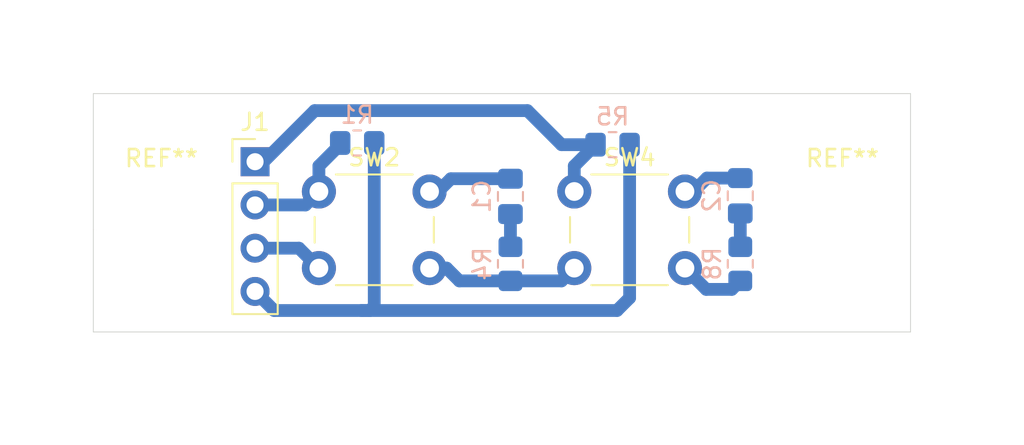
<source format=kicad_pcb>
(kicad_pcb (version 20171130) (host pcbnew "(5.1.10)-1")

  (general
    (thickness 1.6)
    (drawings 11)
    (tracks 39)
    (zones 0)
    (modules 11)
    (nets 7)
  )

  (page A4)
  (layers
    (0 F.Cu signal)
    (31 B.Cu signal)
    (32 B.Adhes user)
    (33 F.Adhes user)
    (34 B.Paste user)
    (35 F.Paste user)
    (36 B.SilkS user)
    (37 F.SilkS user)
    (38 B.Mask user)
    (39 F.Mask user)
    (40 Dwgs.User user)
    (41 Cmts.User user)
    (42 Eco1.User user)
    (43 Eco2.User user)
    (44 Edge.Cuts user)
    (45 Margin user)
    (46 B.CrtYd user)
    (47 F.CrtYd user)
    (48 B.Fab user)
    (49 F.Fab user)
  )

  (setup
    (last_trace_width 0.75)
    (user_trace_width 0.5)
    (user_trace_width 0.75)
    (trace_clearance 0.2)
    (zone_clearance 0.508)
    (zone_45_only no)
    (trace_min 0.2)
    (via_size 0.8)
    (via_drill 0.4)
    (via_min_size 0.4)
    (via_min_drill 0.3)
    (uvia_size 0.3)
    (uvia_drill 0.1)
    (uvias_allowed no)
    (uvia_min_size 0.2)
    (uvia_min_drill 0.1)
    (edge_width 0.05)
    (segment_width 0.2)
    (pcb_text_width 0.3)
    (pcb_text_size 1.5 1.5)
    (mod_edge_width 0.12)
    (mod_text_size 1 1)
    (mod_text_width 0.15)
    (pad_size 1.524 1.524)
    (pad_drill 0.762)
    (pad_to_mask_clearance 0)
    (aux_axis_origin 0 0)
    (grid_origin 47.5 50)
    (visible_elements 7FFFFFFF)
    (pcbplotparams
      (layerselection 0x01000_fffffffe)
      (usegerberextensions false)
      (usegerberattributes true)
      (usegerberadvancedattributes true)
      (creategerberjobfile false)
      (excludeedgelayer true)
      (linewidth 0.100000)
      (plotframeref false)
      (viasonmask false)
      (mode 1)
      (useauxorigin false)
      (hpglpennumber 1)
      (hpglpenspeed 20)
      (hpglpendiameter 15.000000)
      (psnegative false)
      (psa4output false)
      (plotreference true)
      (plotvalue true)
      (plotinvisibletext false)
      (padsonsilk false)
      (subtractmaskfromsilk false)
      (outputformat 1)
      (mirror false)
      (drillshape 0)
      (scaleselection 1)
      (outputdirectory "G:/Gerbers/Buttons/"))
  )

  (net 0 "")
  (net 1 "Net-(C1-Pad2)")
  (net 2 /Button1)
  (net 3 "Net-(C2-Pad2)")
  (net 4 /Button2)
  (net 5 GND)
  (net 6 +3V3)

  (net_class Default "This is the default net class."
    (clearance 0.2)
    (trace_width 0.25)
    (via_dia 0.8)
    (via_drill 0.4)
    (uvia_dia 0.3)
    (uvia_drill 0.1)
    (add_net +3V3)
    (add_net /Button1)
    (add_net /Button2)
    (add_net GND)
    (add_net "Net-(C1-Pad2)")
    (add_net "Net-(C2-Pad2)")
  )

  (module MountingHole:MountingHole_3.2mm_M3 (layer F.Cu) (tedit 56D1B4CB) (tstamp 60DA1ADA)
    (at 87.5 50)
    (descr "Mounting Hole 3.2mm, no annular, M3")
    (tags "mounting hole 3.2mm no annular m3")
    (attr virtual)
    (fp_text reference REF** (at 0 -4.2) (layer F.SilkS)
      (effects (font (size 1 1) (thickness 0.15)))
    )
    (fp_text value MountingHole_3.2mm_M3 (at 0 4.2) (layer F.Fab)
      (effects (font (size 1 1) (thickness 0.15)))
    )
    (fp_circle (center 0 0) (end 3.45 0) (layer F.CrtYd) (width 0.05))
    (fp_circle (center 0 0) (end 3.2 0) (layer Cmts.User) (width 0.15))
    (fp_text user %R (at 0.3 0) (layer F.Fab)
      (effects (font (size 1 1) (thickness 0.15)))
    )
    (pad 1 np_thru_hole circle (at 0 0) (size 3.2 3.2) (drill 3.2) (layers *.Cu *.Mask))
  )

  (module MountingHole:MountingHole_3.2mm_M3 (layer F.Cu) (tedit 56D1B4CB) (tstamp 60D9937A)
    (at 47.5 50)
    (descr "Mounting Hole 3.2mm, no annular, M3")
    (tags "mounting hole 3.2mm no annular m3")
    (attr virtual)
    (fp_text reference REF** (at 0 -4.2) (layer F.SilkS)
      (effects (font (size 1 1) (thickness 0.15)))
    )
    (fp_text value MountingHole_3.2mm_M3 (at 0 4.2) (layer F.Fab)
      (effects (font (size 1 1) (thickness 0.15)))
    )
    (fp_circle (center 0 0) (end 3.45 0) (layer F.CrtYd) (width 0.05))
    (fp_circle (center 0 0) (end 3.2 0) (layer Cmts.User) (width 0.15))
    (fp_text user %R (at 0.3 0) (layer F.Fab)
      (effects (font (size 1 1) (thickness 0.15)))
    )
    (pad 1 np_thru_hole circle (at 0 0) (size 3.2 3.2) (drill 3.2) (layers *.Cu *.Mask))
  )

  (module Capacitor_SMD:C_0805_2012Metric_Pad1.18x1.45mm_HandSolder (layer B.Cu) (tedit 5F68FEEF) (tstamp 60DA13BC)
    (at 81.5 48 270)
    (descr "Capacitor SMD 0805 (2012 Metric), square (rectangular) end terminal, IPC_7351 nominal with elongated pad for handsoldering. (Body size source: IPC-SM-782 page 76, https://www.pcb-3d.com/wordpress/wp-content/uploads/ipc-sm-782a_amendment_1_and_2.pdf, https://docs.google.com/spreadsheets/d/1BsfQQcO9C6DZCsRaXUlFlo91Tg2WpOkGARC1WS5S8t0/edit?usp=sharing), generated with kicad-footprint-generator")
    (tags "capacitor handsolder")
    (path /60DA0B17)
    (attr smd)
    (fp_text reference C2 (at 0 1.68 270) (layer B.SilkS)
      (effects (font (size 1 1) (thickness 0.15)) (justify mirror))
    )
    (fp_text value 100n (at 0 -1.68 270) (layer B.Fab)
      (effects (font (size 1 1) (thickness 0.15)) (justify mirror))
    )
    (fp_line (start -1 -0.625) (end -1 0.625) (layer B.Fab) (width 0.1))
    (fp_line (start -1 0.625) (end 1 0.625) (layer B.Fab) (width 0.1))
    (fp_line (start 1 0.625) (end 1 -0.625) (layer B.Fab) (width 0.1))
    (fp_line (start 1 -0.625) (end -1 -0.625) (layer B.Fab) (width 0.1))
    (fp_line (start -0.261252 0.735) (end 0.261252 0.735) (layer B.SilkS) (width 0.12))
    (fp_line (start -0.261252 -0.735) (end 0.261252 -0.735) (layer B.SilkS) (width 0.12))
    (fp_line (start -1.88 -0.98) (end -1.88 0.98) (layer B.CrtYd) (width 0.05))
    (fp_line (start -1.88 0.98) (end 1.88 0.98) (layer B.CrtYd) (width 0.05))
    (fp_line (start 1.88 0.98) (end 1.88 -0.98) (layer B.CrtYd) (width 0.05))
    (fp_line (start 1.88 -0.98) (end -1.88 -0.98) (layer B.CrtYd) (width 0.05))
    (fp_text user %R (at 0 0 270) (layer B.Fab)
      (effects (font (size 0.5 0.5) (thickness 0.08)) (justify mirror))
    )
    (pad 1 smd roundrect (at -1.0375 0 270) (size 1.175 1.45) (layers B.Cu B.Paste B.Mask) (roundrect_rratio 0.2127659574468085)
      (net 4 /Button2))
    (pad 2 smd roundrect (at 1.0375 0 270) (size 1.175 1.45) (layers B.Cu B.Paste B.Mask) (roundrect_rratio 0.2127659574468085)
      (net 3 "Net-(C2-Pad2)"))
    (model ${KISYS3DMOD}/Capacitor_SMD.3dshapes/C_0805_2012Metric.wrl
      (at (xyz 0 0 0))
      (scale (xyz 1 1 1))
      (rotate (xyz 0 0 0))
    )
  )

  (module Resistor_SMD:R_0805_2012Metric_Pad1.20x1.40mm_HandSolder (layer B.Cu) (tedit 5F68FEEE) (tstamp 60DA13AC)
    (at 81.5 52 270)
    (descr "Resistor SMD 0805 (2012 Metric), square (rectangular) end terminal, IPC_7351 nominal with elongated pad for handsoldering. (Body size source: IPC-SM-782 page 72, https://www.pcb-3d.com/wordpress/wp-content/uploads/ipc-sm-782a_amendment_1_and_2.pdf), generated with kicad-footprint-generator")
    (tags "resistor handsolder")
    (path /60DA0B11)
    (attr smd)
    (fp_text reference R8 (at 0 1.65 90) (layer B.SilkS)
      (effects (font (size 1 1) (thickness 0.15)) (justify mirror))
    )
    (fp_text value 100 (at 0 -1.65 90) (layer B.Fab)
      (effects (font (size 1 1) (thickness 0.15)) (justify mirror))
    )
    (fp_line (start -1 -0.625) (end -1 0.625) (layer B.Fab) (width 0.1))
    (fp_line (start -1 0.625) (end 1 0.625) (layer B.Fab) (width 0.1))
    (fp_line (start 1 0.625) (end 1 -0.625) (layer B.Fab) (width 0.1))
    (fp_line (start 1 -0.625) (end -1 -0.625) (layer B.Fab) (width 0.1))
    (fp_line (start -0.227064 0.735) (end 0.227064 0.735) (layer B.SilkS) (width 0.12))
    (fp_line (start -0.227064 -0.735) (end 0.227064 -0.735) (layer B.SilkS) (width 0.12))
    (fp_line (start -1.85 -0.95) (end -1.85 0.95) (layer B.CrtYd) (width 0.05))
    (fp_line (start -1.85 0.95) (end 1.85 0.95) (layer B.CrtYd) (width 0.05))
    (fp_line (start 1.85 0.95) (end 1.85 -0.95) (layer B.CrtYd) (width 0.05))
    (fp_line (start 1.85 -0.95) (end -1.85 -0.95) (layer B.CrtYd) (width 0.05))
    (fp_text user %R (at 0 0 90) (layer B.Fab)
      (effects (font (size 0.5 0.5) (thickness 0.08)) (justify mirror))
    )
    (pad 1 smd roundrect (at -1 0 270) (size 1.2 1.4) (layers B.Cu B.Paste B.Mask) (roundrect_rratio 0.2083325)
      (net 3 "Net-(C2-Pad2)"))
    (pad 2 smd roundrect (at 1 0 270) (size 1.2 1.4) (layers B.Cu B.Paste B.Mask) (roundrect_rratio 0.2083325)
      (net 5 GND))
    (model ${KISYS3DMOD}/Resistor_SMD.3dshapes/R_0805_2012Metric.wrl
      (at (xyz 0 0 0))
      (scale (xyz 1 1 1))
      (rotate (xyz 0 0 0))
    )
  )

  (module Button_Switch_THT:SW_PUSH_6mm_H8mm (layer F.Cu) (tedit 5A02FE31) (tstamp 60DA138E)
    (at 71.75 47.75)
    (descr "tactile push button, 6x6mm e.g. PHAP33xx series, height=8mm")
    (tags "tact sw push 6mm")
    (path /60DA0AF2)
    (fp_text reference SW4 (at 3.25 -2) (layer F.SilkS)
      (effects (font (size 1 1) (thickness 0.15)))
    )
    (fp_text value SW_Push (at 3.75 6.7) (layer F.Fab)
      (effects (font (size 1 1) (thickness 0.15)))
    )
    (fp_line (start 3.25 -0.75) (end 6.25 -0.75) (layer F.Fab) (width 0.1))
    (fp_line (start 6.25 -0.75) (end 6.25 5.25) (layer F.Fab) (width 0.1))
    (fp_line (start 6.25 5.25) (end 0.25 5.25) (layer F.Fab) (width 0.1))
    (fp_line (start 0.25 5.25) (end 0.25 -0.75) (layer F.Fab) (width 0.1))
    (fp_line (start 0.25 -0.75) (end 3.25 -0.75) (layer F.Fab) (width 0.1))
    (fp_line (start 7.75 6) (end 8 6) (layer F.CrtYd) (width 0.05))
    (fp_line (start 8 6) (end 8 5.75) (layer F.CrtYd) (width 0.05))
    (fp_line (start 7.75 -1.5) (end 8 -1.5) (layer F.CrtYd) (width 0.05))
    (fp_line (start 8 -1.5) (end 8 -1.25) (layer F.CrtYd) (width 0.05))
    (fp_line (start -1.5 -1.25) (end -1.5 -1.5) (layer F.CrtYd) (width 0.05))
    (fp_line (start -1.5 -1.5) (end -1.25 -1.5) (layer F.CrtYd) (width 0.05))
    (fp_line (start -1.5 5.75) (end -1.5 6) (layer F.CrtYd) (width 0.05))
    (fp_line (start -1.5 6) (end -1.25 6) (layer F.CrtYd) (width 0.05))
    (fp_line (start -1.25 -1.5) (end 7.75 -1.5) (layer F.CrtYd) (width 0.05))
    (fp_line (start -1.5 5.75) (end -1.5 -1.25) (layer F.CrtYd) (width 0.05))
    (fp_line (start 7.75 6) (end -1.25 6) (layer F.CrtYd) (width 0.05))
    (fp_line (start 8 -1.25) (end 8 5.75) (layer F.CrtYd) (width 0.05))
    (fp_line (start 1 5.5) (end 5.5 5.5) (layer F.SilkS) (width 0.12))
    (fp_line (start -0.25 1.5) (end -0.25 3) (layer F.SilkS) (width 0.12))
    (fp_line (start 5.5 -1) (end 1 -1) (layer F.SilkS) (width 0.12))
    (fp_line (start 6.75 3) (end 6.75 1.5) (layer F.SilkS) (width 0.12))
    (fp_circle (center 3.25 2.25) (end 1.25 2.5) (layer F.Fab) (width 0.1))
    (fp_text user %R (at 3.25 2.25) (layer F.Fab)
      (effects (font (size 1 1) (thickness 0.15)))
    )
    (pad 1 thru_hole circle (at 6.5 0 90) (size 2 2) (drill 1.1) (layers *.Cu *.Mask)
      (net 4 /Button2))
    (pad 2 thru_hole circle (at 6.5 4.5 90) (size 2 2) (drill 1.1) (layers *.Cu *.Mask)
      (net 5 GND))
    (pad 1 thru_hole circle (at 0 0 90) (size 2 2) (drill 1.1) (layers *.Cu *.Mask)
      (net 4 /Button2))
    (pad 2 thru_hole circle (at 0 4.5 90) (size 2 2) (drill 1.1) (layers *.Cu *.Mask)
      (net 5 GND))
    (model ${KISYS3DMOD}/Button_Switch_THT.3dshapes/SW_PUSH_6mm_H8mm.wrl
      (at (xyz 0 0 0))
      (scale (xyz 1 1 1))
      (rotate (xyz 0 0 0))
    )
  )

  (module Resistor_SMD:R_0805_2012Metric_Pad1.20x1.40mm_HandSolder (layer B.Cu) (tedit 5F68FEEE) (tstamp 60DA137E)
    (at 74 45 180)
    (descr "Resistor SMD 0805 (2012 Metric), square (rectangular) end terminal, IPC_7351 nominal with elongated pad for handsoldering. (Body size source: IPC-SM-782 page 72, https://www.pcb-3d.com/wordpress/wp-content/uploads/ipc-sm-782a_amendment_1_and_2.pdf), generated with kicad-footprint-generator")
    (tags "resistor handsolder")
    (path /60DA0AFE)
    (attr smd)
    (fp_text reference R5 (at 0 1.65 180) (layer B.SilkS)
      (effects (font (size 1 1) (thickness 0.15)) (justify mirror))
    )
    (fp_text value 4.7k (at 0 -1.65 180) (layer B.Fab)
      (effects (font (size 1 1) (thickness 0.15)) (justify mirror))
    )
    (fp_line (start -1 -0.625) (end -1 0.625) (layer B.Fab) (width 0.1))
    (fp_line (start -1 0.625) (end 1 0.625) (layer B.Fab) (width 0.1))
    (fp_line (start 1 0.625) (end 1 -0.625) (layer B.Fab) (width 0.1))
    (fp_line (start 1 -0.625) (end -1 -0.625) (layer B.Fab) (width 0.1))
    (fp_line (start -0.227064 0.735) (end 0.227064 0.735) (layer B.SilkS) (width 0.12))
    (fp_line (start -0.227064 -0.735) (end 0.227064 -0.735) (layer B.SilkS) (width 0.12))
    (fp_line (start -1.85 -0.95) (end -1.85 0.95) (layer B.CrtYd) (width 0.05))
    (fp_line (start -1.85 0.95) (end 1.85 0.95) (layer B.CrtYd) (width 0.05))
    (fp_line (start 1.85 0.95) (end 1.85 -0.95) (layer B.CrtYd) (width 0.05))
    (fp_line (start 1.85 -0.95) (end -1.85 -0.95) (layer B.CrtYd) (width 0.05))
    (fp_text user %R (at 0 0 180) (layer B.Fab)
      (effects (font (size 0.5 0.5) (thickness 0.08)) (justify mirror))
    )
    (pad 1 smd roundrect (at -1 0 180) (size 1.2 1.4) (layers B.Cu B.Paste B.Mask) (roundrect_rratio 0.2083325)
      (net 6 +3V3))
    (pad 2 smd roundrect (at 1 0 180) (size 1.2 1.4) (layers B.Cu B.Paste B.Mask) (roundrect_rratio 0.2083325)
      (net 4 /Button2))
    (model ${KISYS3DMOD}/Resistor_SMD.3dshapes/R_0805_2012Metric.wrl
      (at (xyz 0 0 0))
      (scale (xyz 1 1 1))
      (rotate (xyz 0 0 0))
    )
  )

  (module Connector_PinHeader_2.54mm:PinHeader_1x04_P2.54mm_Vertical (layer F.Cu) (tedit 59FED5CC) (tstamp 60DA0A2D)
    (at 53 46)
    (descr "Through hole straight pin header, 1x04, 2.54mm pitch, single row")
    (tags "Through hole pin header THT 1x04 2.54mm single row")
    (path /60DCCD44)
    (fp_text reference J1 (at 0 -2.33) (layer F.SilkS)
      (effects (font (size 1 1) (thickness 0.15)))
    )
    (fp_text value Conn_01x04 (at 0 9.95) (layer F.Fab)
      (effects (font (size 1 1) (thickness 0.15)))
    )
    (fp_line (start 1.8 -1.8) (end -1.8 -1.8) (layer F.CrtYd) (width 0.05))
    (fp_line (start 1.8 9.4) (end 1.8 -1.8) (layer F.CrtYd) (width 0.05))
    (fp_line (start -1.8 9.4) (end 1.8 9.4) (layer F.CrtYd) (width 0.05))
    (fp_line (start -1.8 -1.8) (end -1.8 9.4) (layer F.CrtYd) (width 0.05))
    (fp_line (start -1.33 -1.33) (end 0 -1.33) (layer F.SilkS) (width 0.12))
    (fp_line (start -1.33 0) (end -1.33 -1.33) (layer F.SilkS) (width 0.12))
    (fp_line (start -1.33 1.27) (end 1.33 1.27) (layer F.SilkS) (width 0.12))
    (fp_line (start 1.33 1.27) (end 1.33 8.95) (layer F.SilkS) (width 0.12))
    (fp_line (start -1.33 1.27) (end -1.33 8.95) (layer F.SilkS) (width 0.12))
    (fp_line (start -1.33 8.95) (end 1.33 8.95) (layer F.SilkS) (width 0.12))
    (fp_line (start -1.27 -0.635) (end -0.635 -1.27) (layer F.Fab) (width 0.1))
    (fp_line (start -1.27 8.89) (end -1.27 -0.635) (layer F.Fab) (width 0.1))
    (fp_line (start 1.27 8.89) (end -1.27 8.89) (layer F.Fab) (width 0.1))
    (fp_line (start 1.27 -1.27) (end 1.27 8.89) (layer F.Fab) (width 0.1))
    (fp_line (start -0.635 -1.27) (end 1.27 -1.27) (layer F.Fab) (width 0.1))
    (fp_text user %R (at 0.174999 6.174999 90) (layer F.Fab)
      (effects (font (size 1 1) (thickness 0.15)))
    )
    (pad 4 thru_hole oval (at 0 7.62) (size 1.7 1.7) (drill 1) (layers *.Cu *.Mask)
      (net 6 +3V3))
    (pad 3 thru_hole oval (at 0 5.08) (size 1.7 1.7) (drill 1) (layers *.Cu *.Mask)
      (net 5 GND))
    (pad 2 thru_hole oval (at 0 2.54) (size 1.7 1.7) (drill 1) (layers *.Cu *.Mask)
      (net 2 /Button1))
    (pad 1 thru_hole rect (at 0 0) (size 1.7 1.7) (drill 1) (layers *.Cu *.Mask)
      (net 4 /Button2))
    (model ${KISYS3DMOD}/Connector_PinHeader_2.54mm.3dshapes/PinHeader_1x04_P2.54mm_Vertical.wrl
      (at (xyz 0 0 0))
      (scale (xyz 1 1 1))
      (rotate (xyz 0 0 0))
    )
  )

  (module Button_Switch_THT:SW_PUSH_6mm_H8mm (layer F.Cu) (tedit 5A02FE31) (tstamp 60D9F0A1)
    (at 56.75 47.75)
    (descr "tactile push button, 6x6mm e.g. PHAP33xx series, height=8mm")
    (tags "tact sw push 6mm")
    (path /60D9825B)
    (fp_text reference SW2 (at 3.25 -2) (layer F.SilkS)
      (effects (font (size 1 1) (thickness 0.15)))
    )
    (fp_text value SW_Push (at 3.75 6.7) (layer F.Fab)
      (effects (font (size 1 1) (thickness 0.15)))
    )
    (fp_line (start 3.25 -0.75) (end 6.25 -0.75) (layer F.Fab) (width 0.1))
    (fp_line (start 6.25 -0.75) (end 6.25 5.25) (layer F.Fab) (width 0.1))
    (fp_line (start 6.25 5.25) (end 0.25 5.25) (layer F.Fab) (width 0.1))
    (fp_line (start 0.25 5.25) (end 0.25 -0.75) (layer F.Fab) (width 0.1))
    (fp_line (start 0.25 -0.75) (end 3.25 -0.75) (layer F.Fab) (width 0.1))
    (fp_line (start 7.75 6) (end 8 6) (layer F.CrtYd) (width 0.05))
    (fp_line (start 8 6) (end 8 5.75) (layer F.CrtYd) (width 0.05))
    (fp_line (start 7.75 -1.5) (end 8 -1.5) (layer F.CrtYd) (width 0.05))
    (fp_line (start 8 -1.5) (end 8 -1.25) (layer F.CrtYd) (width 0.05))
    (fp_line (start -1.5 -1.25) (end -1.5 -1.5) (layer F.CrtYd) (width 0.05))
    (fp_line (start -1.5 -1.5) (end -1.25 -1.5) (layer F.CrtYd) (width 0.05))
    (fp_line (start -1.5 5.75) (end -1.5 6) (layer F.CrtYd) (width 0.05))
    (fp_line (start -1.5 6) (end -1.25 6) (layer F.CrtYd) (width 0.05))
    (fp_line (start -1.25 -1.5) (end 7.75 -1.5) (layer F.CrtYd) (width 0.05))
    (fp_line (start -1.5 5.75) (end -1.5 -1.25) (layer F.CrtYd) (width 0.05))
    (fp_line (start 7.75 6) (end -1.25 6) (layer F.CrtYd) (width 0.05))
    (fp_line (start 8 -1.25) (end 8 5.75) (layer F.CrtYd) (width 0.05))
    (fp_line (start 1 5.5) (end 5.5 5.5) (layer F.SilkS) (width 0.12))
    (fp_line (start -0.25 1.5) (end -0.25 3) (layer F.SilkS) (width 0.12))
    (fp_line (start 5.5 -1) (end 1 -1) (layer F.SilkS) (width 0.12))
    (fp_line (start 6.75 3) (end 6.75 1.5) (layer F.SilkS) (width 0.12))
    (fp_circle (center 3.25 2.25) (end 1.25 2.5) (layer F.Fab) (width 0.1))
    (fp_text user %R (at 3.25 1) (layer F.Fab)
      (effects (font (size 1 1) (thickness 0.15)))
    )
    (pad 2 thru_hole circle (at 0 4.5 90) (size 2 2) (drill 1.1) (layers *.Cu *.Mask)
      (net 5 GND))
    (pad 1 thru_hole circle (at 0 0 90) (size 2 2) (drill 1.1) (layers *.Cu *.Mask)
      (net 2 /Button1))
    (pad 2 thru_hole circle (at 6.5 4.5 90) (size 2 2) (drill 1.1) (layers *.Cu *.Mask)
      (net 5 GND))
    (pad 1 thru_hole circle (at 6.5 0 90) (size 2 2) (drill 1.1) (layers *.Cu *.Mask)
      (net 2 /Button1))
    (model ${KISYS3DMOD}/Button_Switch_THT.3dshapes/SW_PUSH_6mm_H8mm.wrl
      (at (xyz 0 0 0))
      (scale (xyz 1 1 1))
      (rotate (xyz 0 0 0))
    )
  )

  (module Resistor_SMD:R_0805_2012Metric_Pad1.20x1.40mm_HandSolder (layer B.Cu) (tedit 5F68FEEE) (tstamp 60D9EDA7)
    (at 68 52 270)
    (descr "Resistor SMD 0805 (2012 Metric), square (rectangular) end terminal, IPC_7351 nominal with elongated pad for handsoldering. (Body size source: IPC-SM-782 page 72, https://www.pcb-3d.com/wordpress/wp-content/uploads/ipc-sm-782a_amendment_1_and_2.pdf), generated with kicad-footprint-generator")
    (tags "resistor handsolder")
    (path /60D9B3E0)
    (attr smd)
    (fp_text reference R4 (at 0 1.65 90) (layer B.SilkS)
      (effects (font (size 1 1) (thickness 0.15)) (justify mirror))
    )
    (fp_text value 100 (at 0 -1.65 90) (layer B.Fab)
      (effects (font (size 1 1) (thickness 0.15)) (justify mirror))
    )
    (fp_line (start -1 -0.625) (end -1 0.625) (layer B.Fab) (width 0.1))
    (fp_line (start -1 0.625) (end 1 0.625) (layer B.Fab) (width 0.1))
    (fp_line (start 1 0.625) (end 1 -0.625) (layer B.Fab) (width 0.1))
    (fp_line (start 1 -0.625) (end -1 -0.625) (layer B.Fab) (width 0.1))
    (fp_line (start -0.227064 0.735) (end 0.227064 0.735) (layer B.SilkS) (width 0.12))
    (fp_line (start -0.227064 -0.735) (end 0.227064 -0.735) (layer B.SilkS) (width 0.12))
    (fp_line (start -1.85 -0.95) (end -1.85 0.95) (layer B.CrtYd) (width 0.05))
    (fp_line (start -1.85 0.95) (end 1.85 0.95) (layer B.CrtYd) (width 0.05))
    (fp_line (start 1.85 0.95) (end 1.85 -0.95) (layer B.CrtYd) (width 0.05))
    (fp_line (start 1.85 -0.95) (end -1.85 -0.95) (layer B.CrtYd) (width 0.05))
    (fp_text user %R (at 0 -0.28 90) (layer B.Fab)
      (effects (font (size 0.5 0.5) (thickness 0.08)) (justify mirror))
    )
    (pad 2 smd roundrect (at 1 0 270) (size 1.2 1.4) (layers B.Cu B.Paste B.Mask) (roundrect_rratio 0.2083325)
      (net 5 GND))
    (pad 1 smd roundrect (at -1 0 270) (size 1.2 1.4) (layers B.Cu B.Paste B.Mask) (roundrect_rratio 0.2083325)
      (net 1 "Net-(C1-Pad2)"))
    (model ${KISYS3DMOD}/Resistor_SMD.3dshapes/R_0805_2012Metric.wrl
      (at (xyz 0 0 0))
      (scale (xyz 1 1 1))
      (rotate (xyz 0 0 0))
    )
  )

  (module Resistor_SMD:R_0805_2012Metric_Pad1.20x1.40mm_HandSolder (layer B.Cu) (tedit 5F68FEEE) (tstamp 60D9ED74)
    (at 59 44.9 180)
    (descr "Resistor SMD 0805 (2012 Metric), square (rectangular) end terminal, IPC_7351 nominal with elongated pad for handsoldering. (Body size source: IPC-SM-782 page 72, https://www.pcb-3d.com/wordpress/wp-content/uploads/ipc-sm-782a_amendment_1_and_2.pdf), generated with kicad-footprint-generator")
    (tags "resistor handsolder")
    (path /60D9A0F4)
    (attr smd)
    (fp_text reference R1 (at 0 1.65 180) (layer B.SilkS)
      (effects (font (size 1 1) (thickness 0.15)) (justify mirror))
    )
    (fp_text value 4.7k (at 0 -1.65 180) (layer B.Fab)
      (effects (font (size 1 1) (thickness 0.15)) (justify mirror))
    )
    (fp_line (start -1 -0.625) (end -1 0.625) (layer B.Fab) (width 0.1))
    (fp_line (start -1 0.625) (end 1 0.625) (layer B.Fab) (width 0.1))
    (fp_line (start 1 0.625) (end 1 -0.625) (layer B.Fab) (width 0.1))
    (fp_line (start 1 -0.625) (end -1 -0.625) (layer B.Fab) (width 0.1))
    (fp_line (start -0.227064 0.735) (end 0.227064 0.735) (layer B.SilkS) (width 0.12))
    (fp_line (start -0.227064 -0.735) (end 0.227064 -0.735) (layer B.SilkS) (width 0.12))
    (fp_line (start -1.85 -0.95) (end -1.85 0.95) (layer B.CrtYd) (width 0.05))
    (fp_line (start -1.85 0.95) (end 1.85 0.95) (layer B.CrtYd) (width 0.05))
    (fp_line (start 1.85 0.95) (end 1.85 -0.95) (layer B.CrtYd) (width 0.05))
    (fp_line (start 1.85 -0.95) (end -1.85 -0.95) (layer B.CrtYd) (width 0.05))
    (fp_text user %R (at 0.5 0 180) (layer B.Fab)
      (effects (font (size 0.5 0.5) (thickness 0.08)) (justify mirror))
    )
    (pad 2 smd roundrect (at 1 0 180) (size 1.2 1.4) (layers B.Cu B.Paste B.Mask) (roundrect_rratio 0.2083325)
      (net 2 /Button1))
    (pad 1 smd roundrect (at -1 0 180) (size 1.2 1.4) (layers B.Cu B.Paste B.Mask) (roundrect_rratio 0.2083325)
      (net 6 +3V3))
    (model ${KISYS3DMOD}/Resistor_SMD.3dshapes/R_0805_2012Metric.wrl
      (at (xyz 0 0 0))
      (scale (xyz 1 1 1))
      (rotate (xyz 0 0 0))
    )
  )

  (module Capacitor_SMD:C_0805_2012Metric_Pad1.18x1.45mm_HandSolder (layer B.Cu) (tedit 5F68FEEF) (tstamp 60D9ED38)
    (at 68 48.0375 270)
    (descr "Capacitor SMD 0805 (2012 Metric), square (rectangular) end terminal, IPC_7351 nominal with elongated pad for handsoldering. (Body size source: IPC-SM-782 page 76, https://www.pcb-3d.com/wordpress/wp-content/uploads/ipc-sm-782a_amendment_1_and_2.pdf, https://docs.google.com/spreadsheets/d/1BsfQQcO9C6DZCsRaXUlFlo91Tg2WpOkGARC1WS5S8t0/edit?usp=sharing), generated with kicad-footprint-generator")
    (tags "capacitor handsolder")
    (path /60D9BD1B)
    (attr smd)
    (fp_text reference C1 (at 0 1.68 270) (layer B.SilkS)
      (effects (font (size 1 1) (thickness 0.15)) (justify mirror))
    )
    (fp_text value 100n (at 0 -1.68 270) (layer B.Fab)
      (effects (font (size 1 1) (thickness 0.15)) (justify mirror))
    )
    (fp_line (start -1 -0.625) (end -1 0.625) (layer B.Fab) (width 0.1))
    (fp_line (start -1 0.625) (end 1 0.625) (layer B.Fab) (width 0.1))
    (fp_line (start 1 0.625) (end 1 -0.625) (layer B.Fab) (width 0.1))
    (fp_line (start 1 -0.625) (end -1 -0.625) (layer B.Fab) (width 0.1))
    (fp_line (start -0.261252 0.735) (end 0.261252 0.735) (layer B.SilkS) (width 0.12))
    (fp_line (start -0.261252 -0.735) (end 0.261252 -0.735) (layer B.SilkS) (width 0.12))
    (fp_line (start -1.88 -0.98) (end -1.88 0.98) (layer B.CrtYd) (width 0.05))
    (fp_line (start -1.88 0.98) (end 1.88 0.98) (layer B.CrtYd) (width 0.05))
    (fp_line (start 1.88 0.98) (end 1.88 -0.98) (layer B.CrtYd) (width 0.05))
    (fp_line (start 1.88 -0.98) (end -1.88 -0.98) (layer B.CrtYd) (width 0.05))
    (fp_text user %R (at 0 0 270) (layer B.Fab)
      (effects (font (size 0.5 0.5) (thickness 0.08)) (justify mirror))
    )
    (pad 2 smd roundrect (at 1.0375 0 270) (size 1.175 1.45) (layers B.Cu B.Paste B.Mask) (roundrect_rratio 0.2127659574468085)
      (net 1 "Net-(C1-Pad2)"))
    (pad 1 smd roundrect (at -1.0375 0 270) (size 1.175 1.45) (layers B.Cu B.Paste B.Mask) (roundrect_rratio 0.2127659574468085)
      (net 2 /Button1))
    (model ${KISYS3DMOD}/Capacitor_SMD.3dshapes/C_0805_2012Metric.wrl
      (at (xyz 0 0 0))
      (scale (xyz 1 1 1))
      (rotate (xyz 0 0 0))
    )
  )

  (dimension 6 (width 0.15) (layer Dwgs.User)
    (gr_text "6,000 мм" (at 94.3 53 270) (layer Dwgs.User)
      (effects (font (size 1 1) (thickness 0.15)))
    )
    (feature1 (pts (xy 87.5 56) (xy 93.586421 56)))
    (feature2 (pts (xy 87.5 50) (xy 93.586421 50)))
    (crossbar (pts (xy 93 50) (xy 93 56)))
    (arrow1a (pts (xy 93 56) (xy 92.413579 54.873496)))
    (arrow1b (pts (xy 93 56) (xy 93.586421 54.873496)))
    (arrow2a (pts (xy 93 50) (xy 92.413579 51.126504)))
    (arrow2b (pts (xy 93 50) (xy 93.586421 51.126504)))
  )
  (dimension 48 (width 0.15) (layer Dwgs.User)
    (gr_text "48,000 мм" (at 67.5 37.2) (layer Dwgs.User)
      (effects (font (size 1 1) (thickness 0.15)))
    )
    (feature1 (pts (xy 91.5 42) (xy 91.5 37.913579)))
    (feature2 (pts (xy 43.5 42) (xy 43.5 37.913579)))
    (crossbar (pts (xy 43.5 38.5) (xy 91.5 38.5)))
    (arrow1a (pts (xy 91.5 38.5) (xy 90.373496 39.086421)))
    (arrow1b (pts (xy 91.5 38.5) (xy 90.373496 37.913579)))
    (arrow2a (pts (xy 43.5 38.5) (xy 44.626504 39.086421)))
    (arrow2b (pts (xy 43.5 38.5) (xy 44.626504 37.913579)))
  )
  (dimension 14 (width 0.15) (layer Dwgs.User)
    (gr_text "14,000 мм" (at 96.8 49 90) (layer Dwgs.User)
      (effects (font (size 1 1) (thickness 0.15)))
    )
    (feature1 (pts (xy 91.5 42) (xy 96.086421 42)))
    (feature2 (pts (xy 91.5 56) (xy 96.086421 56)))
    (crossbar (pts (xy 95.5 56) (xy 95.5 42)))
    (arrow1a (pts (xy 95.5 42) (xy 96.086421 43.126504)))
    (arrow1b (pts (xy 95.5 42) (xy 94.913579 43.126504)))
    (arrow2a (pts (xy 95.5 56) (xy 96.086421 54.873496)))
    (arrow2b (pts (xy 95.5 56) (xy 94.913579 54.873496)))
  )
  (gr_line (start 91.5 42) (end 91.5 56) (layer Edge.Cuts) (width 0.05))
  (dimension 40 (width 0.15) (layer Dwgs.User)
    (gr_text "40,000 мм" (at 67.5 63.3) (layer Dwgs.User)
      (effects (font (size 1 1) (thickness 0.15)))
    )
    (feature1 (pts (xy 87.5 50) (xy 87.5 62.586421)))
    (feature2 (pts (xy 47.5 50) (xy 47.5 62.586421)))
    (crossbar (pts (xy 47.5 62) (xy 87.5 62)))
    (arrow1a (pts (xy 87.5 62) (xy 86.373496 62.586421)))
    (arrow1b (pts (xy 87.5 62) (xy 86.373496 61.413579)))
    (arrow2a (pts (xy 47.5 62) (xy 48.626504 62.586421)))
    (arrow2b (pts (xy 47.5 62) (xy 48.626504 61.413579)))
  )
  (dimension 15 (width 0.15) (layer Dwgs.User)
    (gr_text "15,000 мм" (at 67.5 59.3) (layer Dwgs.User)
      (effects (font (size 1 1) (thickness 0.15)))
    )
    (feature1 (pts (xy 75 50) (xy 75 58.586421)))
    (feature2 (pts (xy 60 50) (xy 60 58.586421)))
    (crossbar (pts (xy 60 58) (xy 75 58)))
    (arrow1a (pts (xy 75 58) (xy 73.873496 58.586421)))
    (arrow1b (pts (xy 75 58) (xy 73.873496 57.413579)))
    (arrow2a (pts (xy 60 58) (xy 61.126504 58.586421)))
    (arrow2b (pts (xy 60 58) (xy 61.126504 57.413579)))
  )
  (gr_line (start 43.5 56) (end 43.5 50) (layer Edge.Cuts) (width 0.05) (tstamp 60DA1AF7))
  (gr_line (start 91.5 56) (end 43.5 56) (layer Edge.Cuts) (width 0.05))
  (gr_line (start 72 42) (end 91.5 42) (layer Edge.Cuts) (width 0.05))
  (gr_line (start 43.5 42) (end 72 42) (layer Edge.Cuts) (width 0.05))
  (gr_line (start 43.5 50) (end 43.5 42) (layer Edge.Cuts) (width 0.05))

  (segment (start 68 49.075) (end 68 51) (width 0.75) (layer B.Cu) (net 1))
  (segment (start 63.25 47.75) (end 63.75 47.75) (width 0.75) (layer B.Cu) (net 2))
  (segment (start 64.5 47) (end 68 47) (width 0.75) (layer B.Cu) (net 2))
  (segment (start 63.75 47.75) (end 64.5 47) (width 0.75) (layer B.Cu) (net 2))
  (segment (start 58 44.9) (end 58 45) (width 0.75) (layer B.Cu) (net 2))
  (segment (start 56.75 46.25) (end 56.75 47.75) (width 0.75) (layer B.Cu) (net 2))
  (segment (start 58 45) (end 56.75 46.25) (width 0.75) (layer B.Cu) (net 2))
  (segment (start 55.96 48.54) (end 56.75 47.75) (width 0.75) (layer B.Cu) (net 2))
  (segment (start 53 48.54) (end 55.96 48.54) (width 0.75) (layer B.Cu) (net 2))
  (segment (start 81.5 49.0375) (end 81.5 51) (width 0.75) (layer B.Cu) (net 3) (tstamp 60DA1373))
  (segment (start 71.75 47.75) (end 71.75 46.25) (width 0.75) (layer B.Cu) (net 4) (tstamp 60DA1375))
  (segment (start 71.75 46.25) (end 73 45) (width 0.75) (layer B.Cu) (net 4) (tstamp 60DA1379))
  (segment (start 78.25 47.75) (end 78.75 47.75) (width 0.75) (layer B.Cu) (net 4) (tstamp 60DA137B))
  (segment (start 71 45) (end 73 45) (width 0.75) (layer B.Cu) (net 4))
  (segment (start 69 43) (end 71 45) (width 0.75) (layer B.Cu) (net 4))
  (segment (start 56.5 43) (end 69 43) (width 0.75) (layer B.Cu) (net 4))
  (segment (start 53.5 46) (end 56.5 43) (width 0.75) (layer B.Cu) (net 4))
  (segment (start 53 46) (end 53.5 46) (width 0.75) (layer B.Cu) (net 4))
  (segment (start 79.5375 46.9625) (end 81.5 46.9625) (width 0.75) (layer B.Cu) (net 4))
  (segment (start 78.75 47.75) (end 79.5375 46.9625) (width 0.75) (layer B.Cu) (net 4))
  (segment (start 56.7 52.2) (end 56.75 52.25) (width 0.75) (layer B.Cu) (net 5))
  (segment (start 63.25 52.25) (end 64.25 52.25) (width 0.75) (layer B.Cu) (net 5))
  (segment (start 65 53) (end 68 53) (width 0.75) (layer B.Cu) (net 5))
  (segment (start 64.25 52.25) (end 65 53) (width 0.75) (layer B.Cu) (net 5))
  (segment (start 55.58 51.08) (end 56.75 52.25) (width 0.75) (layer B.Cu) (net 5))
  (segment (start 53 51.08) (end 55.58 51.08) (width 0.75) (layer B.Cu) (net 5))
  (segment (start 78.25 52.25) (end 79.5 53.5) (width 0.75) (layer B.Cu) (net 5))
  (segment (start 81 53.5) (end 81.5 53) (width 0.75) (layer B.Cu) (net 5))
  (segment (start 79.5 53.5) (end 81 53.5) (width 0.75) (layer B.Cu) (net 5))
  (segment (start 71 53) (end 71.75 52.25) (width 0.75) (layer B.Cu) (net 5))
  (segment (start 68 53) (end 71 53) (width 0.75) (layer B.Cu) (net 5))
  (segment (start 74.26 54.74) (end 75 54) (width 0.75) (layer B.Cu) (net 6) (tstamp 60DA1376))
  (segment (start 75 54) (end 75 45) (width 0.75) (layer B.Cu) (net 6) (tstamp 60DA137A))
  (segment (start 60 54.48) (end 59.74 54.74) (width 0.75) (layer B.Cu) (net 6))
  (segment (start 60 44.9) (end 60 54.48) (width 0.75) (layer B.Cu) (net 6))
  (segment (start 74.26 54.74) (end 59.26 54.74) (width 0.75) (layer B.Cu) (net 6))
  (segment (start 59.26 54.74) (end 59.74 54.74) (width 0.75) (layer B.Cu) (net 6))
  (segment (start 54.12 54.74) (end 53 53.62) (width 0.75) (layer B.Cu) (net 6))
  (segment (start 59.26 54.74) (end 54.12 54.74) (width 0.75) (layer B.Cu) (net 6))

)

</source>
